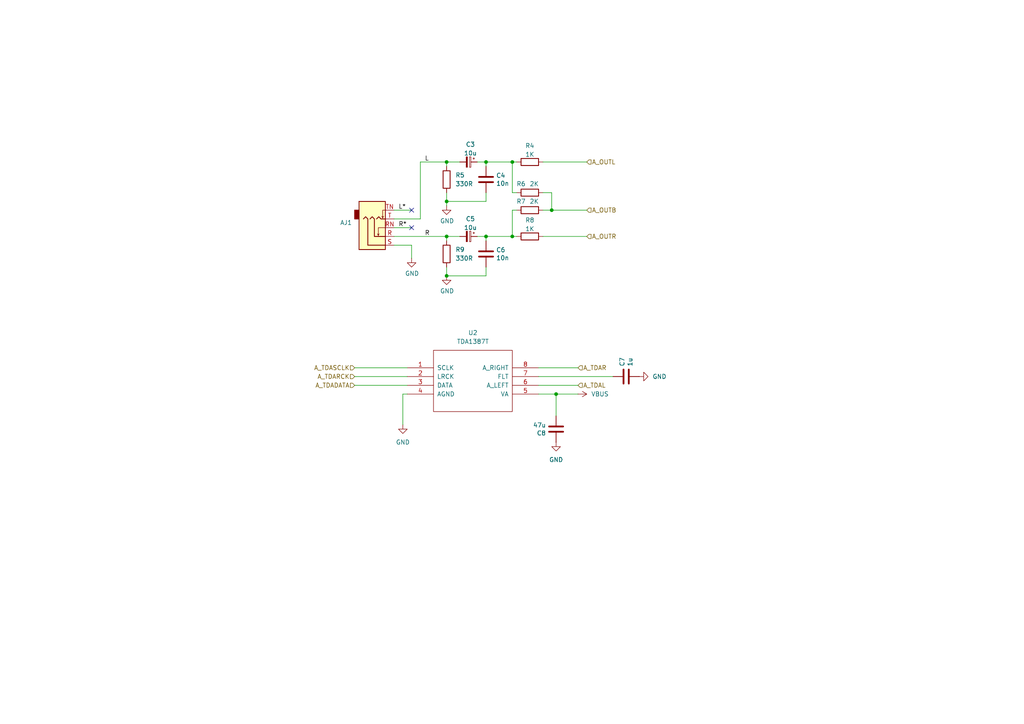
<source format=kicad_sch>
(kicad_sch (version 20250114) (generator "eeschema") (generator_version "9.0")
  (paper "A4")
  (title_block (title "MiniFRANK RM2") (date "2025-03-04") (rev "1.04") (company "Mikhail Matveev") (comment 1 "https://github.com/xtremespb/frank"))
  (lib_symbols
    (symbol "Device:C" (pin_numbers (hide yes)) (pin_names (offset 0.254))
      (property "Reference" "C" (at 0.635 2.54 0))
      (property "Value" "C" (at 0.635 -2.54 0))
      (symbol "C_0_1"
        (polyline (pts (xy -2.032 0.762) (xy 2.032 0.762)) (stroke (width 0.508)))
        (polyline (pts (xy -2.032 -0.762) (xy 2.032 -0.762)) (stroke (width 0.508)))
      )
      (symbol "C_1_1"
        (pin passive line (at 0 3.81 270) (length 2.794) (name "~") (number "1"))
        (pin passive line (at 0 -3.81 90) (length 2.794) (name "~") (number "2"))
      )
    )
    (symbol "Device:C_Polarized_Small" (pin_numbers (hide yes)) (pin_names (offset 0.254) (hide yes))
      (property "Reference" "C" (at 0.254 1.778 0))
      (property "Value" "C_Polarized_Small" (at 0.254 -2.032 0))
      (symbol "C_Polarized_Small_0_1"
        (rectangle (start -1.524 0.6858) (end 1.524 0.3048))
        (rectangle (start -1.524 -0.3048) (end 1.524 -0.6858) (fill (type outline)))
        (polyline (pts (xy -1.27 1.524) (xy -0.762 1.524)))
        (polyline (pts (xy -1.016 1.27) (xy -1.016 1.778)))
      )
      (symbol "C_Polarized_Small_1_1"
        (pin passive line (at 0 2.54 270) (length 1.8542) (name "~") (number "1"))
        (pin passive line (at 0 -2.54 90) (length 1.8542) (name "~") (number "2"))
      )
    )
    (symbol "Device:R" (pin_numbers (hide yes)) (pin_names (offset 0))
      (property "Reference" "R" (at 2.032 0 90))
      (property "Value" "R" (at 0 0 90))
      (symbol "R_0_1"
        (rectangle (start -1.016 -2.54) (end 1.016 2.54) (stroke (width 0.254)))
      )
      (symbol "R_1_1"
        (pin passive line (at 0 3.81 270) (length 1.27) (name "~") (number "1"))
        (pin passive line (at 0 -3.81 90) (length 1.27) (name "~") (number "2"))
      )
    )
    (symbol "FRANK:AudioJack_3.5mm"
      (property "Reference" "AJ2" (at -7.1119 -4.0097 0))
      (symbol "AudioJack_3.5mm_0_1"
        (rectangle (start -5.08 -5.08) (end -6.35 -7.62) (stroke (width 0.254)) (fill (type outline)))
        (polyline (pts (xy -1.905 -5.08) (xy -1.27 -5.715) (xy -0.635 -5.08) (xy -0.635 0) (xy 2.54 0)) (stroke (width 0.254)))
        (polyline (pts (xy 0 -5.08) (xy 0.635 -5.715) (xy 1.27 -5.08) (xy 2.54 -5.08)) (stroke (width 0.254)))
        (polyline (pts (xy 0.508 -0.254) (xy 0.762 -0.762)))
        (polyline (pts (xy 1.778 -5.334) (xy 2.032 -5.842)))
        (rectangle (start 2.54 3.81) (end -5.08 -10.16) (stroke (width 0.254)) (fill (type background)))
        (polyline (pts (xy 2.54 2.54) (xy -2.54 2.54) (xy -2.54 -5.08) (xy -3.175 -5.715) (xy -3.81 -5.08)) (stroke (width 0.254)))
        (polyline (pts (xy 2.54 -2.54) (xy 0.508 -2.54) (xy 0.508 -0.254) (xy 0.254 -0.762)))
        (polyline (pts (xy 2.54 -7.62) (xy 1.778 -7.62) (xy 1.778 -5.334) (xy 1.524 -5.842)))
      )
      (symbol "AudioJack_3.5mm_1_1"
        (pin passive line (at 5.08 2.54 180) (length 2.54) (name "~") (number "S"))
        (pin passive line (at 5.08 0 180) (length 2.54) (name "~") (number "R"))
        (pin passive line (at 5.08 -2.54 180) (length 2.54) (name "~") (number "RN"))
        (pin passive line (at 5.08 -5.08 180) (length 2.54) (name "~") (number "T"))
        (pin passive line (at 5.08 -7.62 180) (length 2.54) (name "~") (number "TN"))
      )
    )
    (symbol "FRANK:TDA1387T" (pin_names (offset 1.016))
      (property "Reference" "U4" (at 0 12.9075 0))
      (property "Value" "TDA1387T" (at 0 10.4832 0))
      (symbol "TDA1387T_1_0"
        (rectangle (start -11.43 -8.89) (end 11.43 8.89))
      )
      (symbol "TDA1387T_1_1"
        (pin input line (at -19.05 3.81 0) (length 7.62) (name "SCLK") (number "1"))
        (pin input line (at -19.05 1.27 0) (length 7.62) (name "LRCK") (number "2"))
        (pin input line (at -19.05 -1.27 0) (length 7.62) (name "DATA") (number "3"))
        (pin input line (at -19.05 -3.81 0) (length 7.62) (name "AGND") (number "4"))
        (pin input line (at 19.05 3.81 180) (length 7.62) (name "A_RIGHT") (number "8"))
        (pin input line (at 19.05 1.27 180) (length 7.62) (name "FLT") (number "7"))
        (pin input line (at 19.05 -1.27 180) (length 7.62) (name "A_LEFT") (number "6"))
        (pin input line (at 19.05 -3.81 180) (length 7.62) (name "VA") (number "5"))
      )
    )
    (symbol "GND_1" (power) (pin_numbers (hide yes)) (pin_names (offset 0) (hide yes))
      (property "Value" "GND" (at 0 -3.81 0))
      (symbol "GND_1_0_1"
        (polyline (pts (xy 0 0) (xy 0 -1.27) (xy 1.27 -1.27) (xy 0 -2.54) (xy -1.27 -1.27) (xy 0 -1.27)))
      )
      (symbol "GND_1_1_1"
        (pin power_in line (at 0 0 270) (length 0) (name "~") (number "1"))
      )
    )
    (symbol "GND_2" (power) (pin_numbers (hide yes)) (pin_names (offset 0) (hide yes))
      (property "Value" "GND" (at 0 -3.81 0))
      (symbol "GND_2_0_1"
        (polyline (pts (xy 0 0) (xy 0 -1.27) (xy 1.27 -1.27) (xy 0 -2.54) (xy -1.27 -1.27) (xy 0 -1.27)))
      )
      (symbol "GND_2_1_1"
        (pin power_in line (at 0 0 270) (length 0) (name "~") (number "1"))
      )
    )
    (symbol "GND_3" (power) (pin_numbers (hide yes)) (pin_names (offset 0) (hide yes))
      (property "Value" "GND" (at 0 -3.81 0))
      (symbol "GND_3_0_1"
        (polyline (pts (xy 0 0) (xy 0 -1.27) (xy 1.27 -1.27) (xy 0 -2.54) (xy -1.27 -1.27) (xy 0 -1.27)))
      )
      (symbol "GND_3_1_1"
        (pin power_in line (at 0 0 270) (length 0) (name "~") (number "1"))
      )
    )
    (symbol "GND_6" (power) (pin_numbers (hide yes)) (pin_names (offset 0) (hide yes))
      (property "Value" "GND" (at 0 -3.81 0))
      (symbol "GND_6_0_1"
        (polyline (pts (xy 0 0) (xy 0 -1.27) (xy 1.27 -1.27) (xy 0 -2.54) (xy -1.27 -1.27) (xy 0 -1.27)))
      )
      (symbol "GND_6_1_1"
        (pin power_in line (at 0 0 270) (length 0) (name "~") (number "1"))
      )
    )
    (symbol "power:GND" (power) (pin_numbers (hide yes)) (pin_names (offset 0) (hide yes))
      (property "Value" "GND" (at 0 -3.81 0))
      (symbol "GND_0_1"
        (polyline (pts (xy 0 0) (xy 0 -1.27) (xy 1.27 -1.27) (xy 0 -2.54) (xy -1.27 -1.27) (xy 0 -1.27)))
      )
      (symbol "GND_1_1"
        (pin power_in line (at 0 0 270) (length 0) (name "~") (number "1"))
      )
    )
    (symbol "power:VBUS" (power) (pin_numbers (hide yes)) (pin_names (offset 0) (hide yes))
      (property "Value" "VBUS" (at 0 3.556 0))
      (symbol "VBUS_0_1"
        (polyline (pts (xy -0.762 1.27) (xy 0 2.54)))
        (polyline (pts (xy 0 2.54) (xy 0.762 1.27)))
        (polyline (pts (xy 0 0) (xy 0 2.54)))
      )
      (symbol "VBUS_1_1"
        (pin power_in line (at 0 0 90) (length 0) (name "~") (number "1"))
      )
    )
  )
  (junction (at 129.54 46.99))
  (junction (at 148.59 68.58))
  (junction (at 129.54 58.42))
  (junction (at 160.02 60.96))
  (junction (at 129.54 80.01))
  (junction (at 140.97 68.58))
  (junction (at 129.54 68.58))
  (junction (at 161.29 114.3))
  (junction (at 148.59 46.99))
  (junction (at 140.97 46.99))
  (no_connect (at 119.38 60.96))
  (no_connect (at 119.38 66.04))
  (wire (pts (xy 140.97 68.58) (xy 148.59 68.58)))
  (wire (pts (xy 140.97 68.58) (xy 138.43 68.58)))
  (wire (pts (xy 140.97 46.99) (xy 148.59 46.99)))
  (wire (pts (xy 121.92 46.99) (xy 129.54 46.99)))
  (wire (pts (xy 102.87 106.68) (xy 118.11 106.68)))
  (wire (pts (xy 149.86 60.96) (xy 148.59 60.96)))
  (wire (pts (xy 140.97 80.01) (xy 129.54 80.01)))
  (wire (pts (xy 114.3 71.12) (xy 119.38 71.12)))
  (wire (pts (xy 129.54 55.88) (xy 129.54 58.42)))
  (wire (pts (xy 148.59 68.58) (xy 149.86 68.58)))
  (wire (pts (xy 140.97 58.42) (xy 129.54 58.42)))
  (wire (pts (xy 140.97 46.99) (xy 138.43 46.99)))
  (wire (pts (xy 114.3 63.5) (xy 121.92 63.5)))
  (wire (pts (xy 156.21 111.76) (xy 167.64 111.76)))
  (wire (pts (xy 114.3 68.58) (xy 129.54 68.58)))
  (wire (pts (xy 102.87 111.76) (xy 118.11 111.76)))
  (wire (pts (xy 148.59 46.99) (xy 149.86 46.99)))
  (wire (pts (xy 133.35 68.58) (xy 129.54 68.58)))
  (wire (pts (xy 160.02 60.96) (xy 157.48 60.96)))
  (wire (pts (xy 140.97 48.26) (xy 140.97 46.99)))
  (wire (pts (xy 140.97 55.88) (xy 140.97 58.42)))
  (wire (pts (xy 161.29 114.3) (xy 167.64 114.3)))
  (wire (pts (xy 149.86 55.88) (xy 148.59 55.88)))
  (wire (pts (xy 156.21 114.3) (xy 161.29 114.3)))
  (wire (pts (xy 129.54 46.99) (xy 129.54 48.26)))
  (wire (pts (xy 129.54 58.42) (xy 129.54 59.69)))
  (wire (pts (xy 156.21 106.68) (xy 167.64 106.68)))
  (wire (pts (xy 157.48 46.99) (xy 170.18 46.99)))
  (wire (pts (xy 129.54 68.58) (xy 129.54 69.85)))
  (wire (pts (xy 157.48 55.88) (xy 160.02 55.88)))
  (wire (pts (xy 161.29 114.3) (xy 161.29 120.65)))
  (wire (pts (xy 157.48 68.58) (xy 170.18 68.58)))
  (wire (pts (xy 156.21 109.22) (xy 177.8 109.22)))
  (wire (pts (xy 121.92 46.99) (xy 121.92 63.5)))
  (wire (pts (xy 129.54 77.47) (xy 129.54 80.01)))
  (wire (pts (xy 160.02 60.96) (xy 170.18 60.96)))
  (wire (pts (xy 160.02 55.88) (xy 160.02 60.96)))
  (wire (pts (xy 140.97 77.47) (xy 140.97 80.01)))
  (wire (pts (xy 119.38 71.12) (xy 119.38 74.93)))
  (wire (pts (xy 133.35 46.99) (xy 129.54 46.99)))
  (wire (pts (xy 114.3 66.04) (xy 119.38 66.04)))
  (wire (pts (xy 140.97 69.85) (xy 140.97 68.58)))
  (wire (pts (xy 118.11 114.3) (xy 116.84 114.3)))
  (wire (pts (xy 114.3 60.96) (xy 119.38 60.96)))
  (wire (pts (xy 102.87 109.22) (xy 118.11 109.22)))
  (wire (pts (xy 148.59 60.96) (xy 148.59 68.58)))
  (wire (pts (xy 116.84 114.3) (xy 116.84 123.19)))
  (wire (pts (xy 148.59 46.99) (xy 148.59 55.88)))
  (label "L" (at 123.19 46.99 0))
  (label "R" (at 123.19 68.58 0))
  (label "L*" (at 115.57 60.96 0))
  (label "R*" (at 115.57 66.04 0))
  (hierarchical_label "A_OUTL" (shape input) (at 170.18 46.99 0))
  (hierarchical_label "A_OUTB" (shape input) (at 170.18 60.96 0))
  (hierarchical_label "A_TDAL" (shape input) (at 167.64 111.76 0))
  (hierarchical_label "A_TDASCLK" (shape input) (at 102.87 106.68 180))
  (hierarchical_label "A_TDAR" (shape input) (at 167.64 106.68 0))
  (hierarchical_label "A_TDARCK" (shape input) (at 102.87 109.22 180))
  (hierarchical_label "A_OUTR" (shape input) (at 170.18 68.58 0))
  (hierarchical_label "A_TDADATA" (shape input) (at 102.87 111.76 180))
  (symbol (lib_id "power:GND") (at 116.84 123.19 0) (unit 1)
    (property "Reference" "#PWR022" (effects (hide yes)))
    (property "Value" "GND" (at 116.84 128.27 0))
    (property "Description" "Power symbol creates a global label with name \"GND\" , ground" (effects (hide yes)))
  )
  (symbol (lib_id "Device:R") (at 153.67 55.88 90) (unit 1)
    (property "Reference" "R6" (at 151.13 53.34 90))
    (property "Value" "2K" (at 154.94 53.34 90))
    (property "Footprint" "FRANK:Resistor (0805)" (effects (hide yes)))
    (property "Datasheet" "https://www.vishay.com/docs/28952/mcs0402at-mct0603at-mcu0805at-mca1206at.pdf" (effects (hide yes)))
    (property "AliExpress" "https://www.aliexpress.com/item/1005005945735199.html" (effects (hide yes)))
  )
  (symbol (lib_id "Device:C") (at 181.61 109.22 90) (unit 1)
    (property "Reference" "C7" (at 180.4416 106.299 0) (effects (justify left)))
    (property "Value" "1u" (at 182.753 106.299 0) (effects (justify left)))
    (property "Footprint" "FRANK:Capacitor (0805)" (effects (hide yes)))
    (property "Datasheet" "https://eu.mouser.com/datasheet/2/40/KGM_X7R-3223212.pdf" (effects (hide yes)))
    (property "AliExpress" "https://www.aliexpress.com/item/33008008276.html" (effects (hide yes)))
  )
  (symbol (lib_id "Device:C_Polarized_Small") (at 135.89 68.58 270) (unit 1)
    (property "Reference" "C5" (at 136.4361 63.4832 90))
    (property "Value" "10u" (at 136.4361 66.0201 90))
    (property "Footprint" "FRANK:Capacitor (3528, tantalum, polar)" (effects (hide yes)))
    (property "Datasheet" "https://eu.mouser.com/datasheet/2/447/KEM_T2005_T491-3316937.pdf" (effects (hide yes)))
    (property "AliExpress" "https://www.aliexpress.com/item/1005006870280809.html" (effects (hide yes)))
  )
  (symbol (lib_id "Device:R") (at 153.67 68.58 90) (unit 1)
    (property "Reference" "R8" (at 153.67 63.8642 90))
    (property "Value" "1K" (at 153.67 66.4011 90))
    (property "Footprint" "FRANK:Resistor (0805)" (effects (hide yes)))
    (property "Datasheet" "https://www.vishay.com/docs/28952/mcs0402at-mct0603at-mcu0805at-mca1206at.pdf" (effects (hide yes)))
    (property "AliExpress" "https://www.aliexpress.com/item/1005005945735199.html" (effects (hide yes)))
  )
  (symbol (lib_id "Device:R") (at 129.54 73.66 0) (unit 1)
    (property "Reference" "R9" (at 132.08 72.3899 0) (effects (justify left)))
    (property "Value" "330R" (at 132.08 74.9299 0) (effects (justify left)))
    (property "Footprint" "FRANK:Resistor (0805)" (effects (hide yes)))
    (property "Datasheet" "https://www.vishay.com/docs/28952/mcs0402at-mct0603at-mcu0805at-mca1206at.pdf" (effects (hide yes)))
    (property "AliExpress" "https://www.aliexpress.com/item/1005005945735199.html" (effects (hide yes)))
  )
  (symbol (lib_id "Device:R") (at 153.67 60.96 90) (unit 1)
    (property "Reference" "R7" (at 151.13 58.42 90))
    (property "Value" "2K" (at 154.94 58.42 90))
    (property "Footprint" "FRANK:Resistor (0805)" (effects (hide yes)))
    (property "Datasheet" "https://www.vishay.com/docs/28952/mcs0402at-mct0603at-mcu0805at-mca1206at.pdf" (effects (hide yes)))
    (property "AliExpress" "https://www.aliexpress.com/item/1005005945735199.html" (effects (hide yes)))
  )
  (symbol (lib_name "GND_3") (lib_id "power:GND") (at 129.54 59.69 0) (unit 1)
    (property "Reference" "#PWR017" (effects (hide yes)))
    (property "Value" "GND" (at 129.667 64.0842 0))
    (property "Description" "Power symbol creates a global label with name \"GND\" , ground" (effects (hide yes)))
  )
  (symbol (lib_id "Device:R") (at 153.67 46.99 90) (unit 1)
    (property "Reference" "R4" (at 153.67 42.2742 90))
    (property "Value" "1K" (at 153.67 44.8111 90))
    (property "Footprint" "FRANK:Resistor (0805)" (effects (hide yes)))
    (property "Datasheet" "https://www.vishay.com/docs/28952/mcs0402at-mct0603at-mcu0805at-mca1206at.pdf" (effects (hide yes)))
    (property "AliExpress" "https://www.aliexpress.com/item/1005005945735199.html" (effects (hide yes)))
  )
  (symbol (lib_id "FRANK:TDA1387T") (at 137.16 110.49 0) (unit 1)
    (property "Reference" "U2" (at 137.16 96.52 0))
    (property "Value" "TDA1387T" (at 137.16 99.06 0))
    (property "Footprint" "FRANK:SO-8" (effects (hide yes)))
    (property "Datasheet" "https://github.com/xtremespb/frank/raw/refs/heads/minifrank_rev2/DOCS/TDA1387T.pdf" (effects (hide yes)))
    (property "AliExpress" "https://www.aliexpress.com/item/32995595000.html" (effects (hide yes)))
  )
  (symbol (lib_name "GND_6") (lib_id "power:GND") (at 185.42 109.22 90) (unit 1)
    (property "Reference" "#PWR020" (effects (hide yes)))
    (property "Value" "GND" (at 189.23 109.2199 90) (effects (justify right)))
    (property "Description" "Power symbol creates a global label with name \"GND\" , ground" (effects (hide yes)))
  )
  (symbol (lib_id "FRANK:AudioJack_3.5mm") (at 109.22 68.58 0) (mirror x) (unit 1)
    (property "Reference" "AJ1" (at 102.1081 64.5703 0) (effects (justify right)))
    (property "Value" "SJ1-353XNG" (effects (hide yes)))
    (property "Footprint" "FRANK:Jack (3.5mm)" (effects (hide yes)))
    (property "Datasheet" "https://eu.mouser.com/datasheet/2/1628/sj1_353xng-3511142.pdf" (effects (hide yes)))
    (property "AliExpress" "https://www.aliexpress.com/item/1005006710837751.html" (effects (hide yes)))
  )
  (symbol (lib_id "power:VBUS") (at 167.64 114.3 270) (unit 1)
    (property "Reference" "#PWR021" (effects (hide yes)))
    (property "Value" "VBUS" (at 171.45 114.2999 90) (effects (justify left)))
    (property "Description" "Power symbol creates a global label with name \"VBUS\"" (effects (hide yes)))
  )
  (symbol (lib_name "GND_6") (lib_id "power:GND") (at 161.29 128.27 0) (unit 1)
    (property "Reference" "#PWR023" (effects (hide yes)))
    (property "Value" "GND" (at 161.29 133.35 0))
    (property "Description" "Power symbol creates a global label with name \"GND\" , ground" (effects (hide yes)))
  )
  (symbol (lib_id "Device:C") (at 140.97 73.66 0) (unit 1)
    (property "Reference" "C6" (at 143.891 72.4916 0) (effects (justify left)))
    (property "Value" "10n" (at 143.891 74.803 0) (effects (justify left)))
    (property "Footprint" "FRANK:Capacitor (0805)" (effects (hide yes)))
    (property "Datasheet" "https://eu.mouser.com/datasheet/2/40/KGM_X7R-3223212.pdf" (effects (hide yes)))
    (property "AliExpress" "https://www.aliexpress.com/item/33008008276.html" (effects (hide yes)))
  )
  (symbol (lib_id "Device:C") (at 140.97 52.07 0) (unit 1)
    (property "Reference" "C4" (at 143.891 50.9016 0) (effects (justify left)))
    (property "Value" "10n" (at 143.891 53.213 0) (effects (justify left)))
    (property "Footprint" "FRANK:Capacitor (0805)" (effects (hide yes)))
    (property "Datasheet" "https://eu.mouser.com/datasheet/2/40/KGM_X7R-3223212.pdf" (effects (hide yes)))
    (property "AliExpress" "https://www.aliexpress.com/item/33008008276.html" (effects (hide yes)))
  )
  (symbol (lib_id "Device:C_Polarized_Small") (at 135.89 46.99 270) (unit 1)
    (property "Reference" "C3" (at 136.4361 41.8932 90))
    (property "Value" "10u" (at 136.4361 44.4301 90))
    (property "Footprint" "FRANK:Capacitor (3528, tantalum, polar)" (effects (hide yes)))
    (property "Datasheet" "https://eu.mouser.com/datasheet/2/447/KEM_T2005_T491-3316937.pdf" (effects (hide yes)))
    (property "AliExpress" "https://www.aliexpress.com/item/1005006870280809.html" (effects (hide yes)))
  )
  (symbol (lib_name "GND_2") (lib_id "power:GND") (at 129.54 80.01 0) (unit 1)
    (property "Reference" "#PWR019" (effects (hide yes)))
    (property "Value" "GND" (at 129.667 84.4042 0))
    (property "Description" "Power symbol creates a global label with name \"GND\" , ground" (effects (hide yes)))
  )
  (symbol (lib_id "Device:R") (at 129.54 52.07 0) (unit 1)
    (property "Reference" "R5" (at 132.08 50.7999 0) (effects (justify left)))
    (property "Value" "330R" (at 132.08 53.3399 0) (effects (justify left)))
    (property "Footprint" "FRANK:Resistor (0805)" (effects (hide yes)))
    (property "Datasheet" "https://www.vishay.com/docs/28952/mcs0402at-mct0603at-mcu0805at-mca1206at.pdf" (effects (hide yes)))
    (property "AliExpress" "https://www.aliexpress.com/item/1005005945735199.html" (effects (hide yes)))
  )
  (symbol (lib_name "GND_1") (lib_id "power:GND") (at 119.38 74.93 0) (unit 1)
    (property "Reference" "#PWR018" (effects (hide yes)))
    (property "Value" "GND" (at 119.507 79.3242 0))
    (property "Description" "Power symbol creates a global label with name \"GND\" , ground" (effects (hide yes)))
  )
  (symbol (lib_id "Device:C") (at 161.29 124.46 180) (unit 1)
    (property "Reference" "C8" (at 158.369 125.6284 0) (effects (justify left)))
    (property "Value" "47u" (at 158.369 123.317 0) (effects (justify left)))
    (property "Footprint" "FRANK:Capacitor (0805)" (effects (hide yes)))
    (property "Datasheet" "https://eu.mouser.com/datasheet/2/40/KGM_X7R-3223212.pdf" (effects (hide yes)))
    (property "AliExpress" "https://www.aliexpress.com/item/33008008276.html" (effects (hide yes)))
  )
)
</source>
